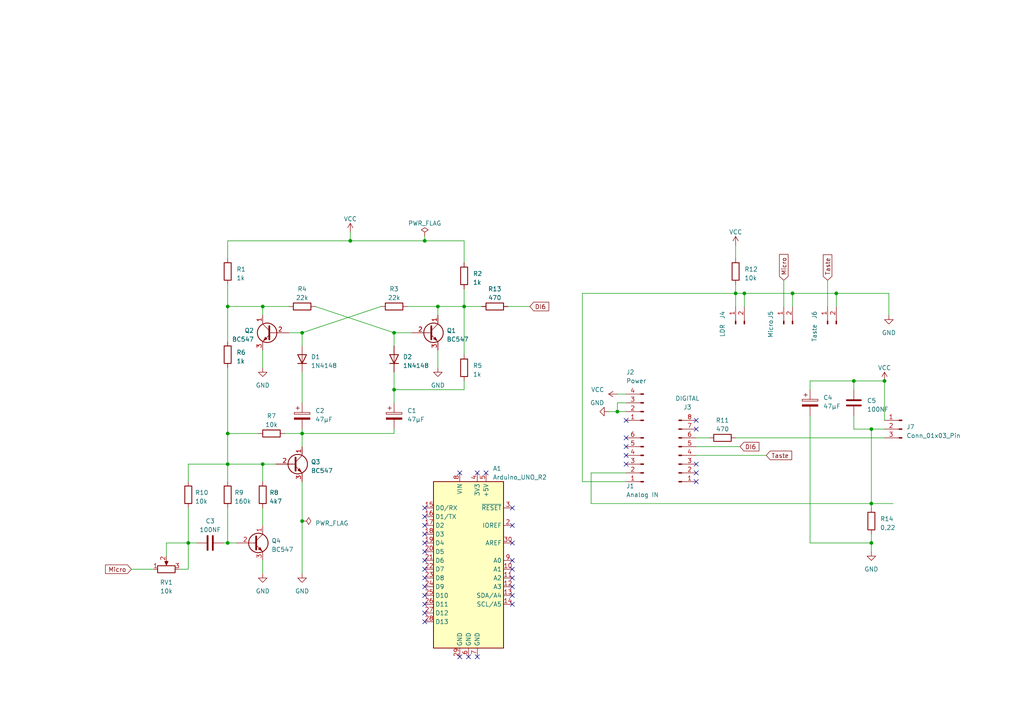
<source format=kicad_sch>
(kicad_sch (version 20230121) (generator eeschema)
  (paper "A4")
  (title_block (title "Klatschschalter"))
  (lib_symbols
    (symbol "Connector:Conn_01x02_Pin" (pin_names (offset 1.016) hide)
      (property "Reference" "J" (at 0 2.54 0))
      (property "Value" "Conn_01x02_Pin" (at 0 -5.08 0))
      (symbol "Conn_01x02_Pin_1_1"
        (polyline (pts (xy 1.27 -2.54) (xy 0.8636 -2.54)) (stroke (width 0.1524)))
        (polyline (pts (xy 1.27 0) (xy 0.8636 0)) (stroke (width 0.1524)))
        (rectangle (start 0.8636 -2.413) (end 0 -2.667) (stroke (width 0.1524)) (fill (type outline)))
        (rectangle (start 0.8636 0.127) (end 0 -0.127) (stroke (width 0.1524)) (fill (type outline)))
        (pin passive line (at 5.08 0 180) (length 3.81) (name "Pin_1") (number "1"))
        (pin passive line (at 5.08 -2.54 180) (length 3.81) (name "Pin_2") (number "2"))
      )
    )
    (symbol "Connector:Conn_01x03_Pin" (pin_names (offset 1.016) hide)
      (property "Reference" "J" (at 0 5.08 0))
      (property "Value" "Conn_01x03_Pin" (at 0 -5.08 0))
      (symbol "Conn_01x03_Pin_1_1"
        (polyline (pts (xy 1.27 -2.54) (xy 0.8636 -2.54)) (stroke (width 0.1524)))
        (polyline (pts (xy 1.27 0) (xy 0.8636 0)) (stroke (width 0.1524)))
        (polyline (pts (xy 1.27 2.54) (xy 0.8636 2.54)) (stroke (width 0.1524)))
        (rectangle (start 0.8636 -2.413) (end 0 -2.667) (stroke (width 0.1524)) (fill (type outline)))
        (rectangle (start 0.8636 0.127) (end 0 -0.127) (stroke (width 0.1524)) (fill (type outline)))
        (rectangle (start 0.8636 2.667) (end 0 2.413) (stroke (width 0.1524)) (fill (type outline)))
        (pin passive line (at 5.08 2.54 180) (length 3.81) (name "Pin_1") (number "1"))
        (pin passive line (at 5.08 0 180) (length 3.81) (name "Pin_2") (number "2"))
        (pin passive line (at 5.08 -2.54 180) (length 3.81) (name "Pin_3") (number "3"))
      )
    )
    (symbol "Connector:Conn_01x04_Pin" (pin_names (offset 1.016) hide)
      (property "Reference" "J" (at 0 5.08 0))
      (property "Value" "Conn_01x04_Pin" (at 0 -7.62 0))
      (symbol "Conn_01x04_Pin_1_1"
        (polyline (pts (xy 1.27 -5.08) (xy 0.8636 -5.08)) (stroke (width 0.1524)))
        (polyline (pts (xy 1.27 -2.54) (xy 0.8636 -2.54)) (stroke (width 0.1524)))
        (polyline (pts (xy 1.27 0) (xy 0.8636 0)) (stroke (width 0.1524)))
        (polyline (pts (xy 1.27 2.54) (xy 0.8636 2.54)) (stroke (width 0.1524)))
        (rectangle (start 0.8636 -4.953) (end 0 -5.207) (stroke (width 0.1524)) (fill (type outline)))
        (rectangle (start 0.8636 -2.413) (end 0 -2.667) (stroke (width 0.1524)) (fill (type outline)))
        (rectangle (start 0.8636 0.127) (end 0 -0.127) (stroke (width 0.1524)) (fill (type outline)))
        (rectangle (start 0.8636 2.667) (end 0 2.413) (stroke (width 0.1524)) (fill (type outline)))
        (pin passive line (at 5.08 2.54 180) (length 3.81) (name "Pin_1") (number "1"))
        (pin passive line (at 5.08 0 180) (length 3.81) (name "Pin_2") (number "2"))
        (pin passive line (at 5.08 -2.54 180) (length 3.81) (name "Pin_3") (number "3"))
        (pin passive line (at 5.08 -5.08 180) (length 3.81) (name "Pin_4") (number "4"))
      )
    )
    (symbol "Connector:Conn_01x06_Pin" (pin_names (offset 1.016) hide)
      (property "Reference" "J" (at 0 7.62 0))
      (property "Value" "Conn_01x06_Pin" (at 0 -10.16 0))
      (symbol "Conn_01x06_Pin_1_1"
        (polyline (pts (xy 1.27 -7.62) (xy 0.8636 -7.62)) (stroke (width 0.1524)))
        (polyline (pts (xy 1.27 -5.08) (xy 0.8636 -5.08)) (stroke (width 0.1524)))
        (polyline (pts (xy 1.27 -2.54) (xy 0.8636 -2.54)) (stroke (width 0.1524)))
        (polyline (pts (xy 1.27 0) (xy 0.8636 0)) (stroke (width 0.1524)))
        (polyline (pts (xy 1.27 2.54) (xy 0.8636 2.54)) (stroke (width 0.1524)))
        (polyline (pts (xy 1.27 5.08) (xy 0.8636 5.08)) (stroke (width 0.1524)))
        (rectangle (start 0.8636 -7.493) (end 0 -7.747) (stroke (width 0.1524)) (fill (type outline)))
        (rectangle (start 0.8636 -4.953) (end 0 -5.207) (stroke (width 0.1524)) (fill (type outline)))
        (rectangle (start 0.8636 -2.413) (end 0 -2.667) (stroke (width 0.1524)) (fill (type outline)))
        (rectangle (start 0.8636 0.127) (end 0 -0.127) (stroke (width 0.1524)) (fill (type outline)))
        (rectangle (start 0.8636 2.667) (end 0 2.413) (stroke (width 0.1524)) (fill (type outline)))
        (rectangle (start 0.8636 5.207) (end 0 4.953) (stroke (width 0.1524)) (fill (type outline)))
        (pin passive line (at 5.08 5.08 180) (length 3.81) (name "Pin_1") (number "1"))
        (pin passive line (at 5.08 2.54 180) (length 3.81) (name "Pin_2") (number "2"))
        (pin passive line (at 5.08 0 180) (length 3.81) (name "Pin_3") (number "3"))
        (pin passive line (at 5.08 -2.54 180) (length 3.81) (name "Pin_4") (number "4"))
        (pin passive line (at 5.08 -5.08 180) (length 3.81) (name "Pin_5") (number "5"))
        (pin passive line (at 5.08 -7.62 180) (length 3.81) (name "Pin_6") (number "6"))
      )
    )
    (symbol "Connector:Conn_01x08_Pin" (pin_names (offset 1.016) hide)
      (property "Reference" "J" (at 0 10.16 0))
      (property "Value" "Conn_01x08_Pin" (at 0 -12.7 0))
      (symbol "Conn_01x08_Pin_1_1"
        (polyline (pts (xy 1.27 -10.16) (xy 0.8636 -10.16)) (stroke (width 0.1524)))
        (polyline (pts (xy 1.27 -7.62) (xy 0.8636 -7.62)) (stroke (width 0.1524)))
        (polyline (pts (xy 1.27 -5.08) (xy 0.8636 -5.08)) (stroke (width 0.1524)))
        (polyline (pts (xy 1.27 -2.54) (xy 0.8636 -2.54)) (stroke (width 0.1524)))
        (polyline (pts (xy 1.27 0) (xy 0.8636 0)) (stroke (width 0.1524)))
        (polyline (pts (xy 1.27 2.54) (xy 0.8636 2.54)) (stroke (width 0.1524)))
        (polyline (pts (xy 1.27 5.08) (xy 0.8636 5.08)) (stroke (width 0.1524)))
        (polyline (pts (xy 1.27 7.62) (xy 0.8636 7.62)) (stroke (width 0.1524)))
        (rectangle (start 0.8636 -10.033) (end 0 -10.287) (stroke (width 0.1524)) (fill (type outline)))
        (rectangle (start 0.8636 -7.493) (end 0 -7.747) (stroke (width 0.1524)) (fill (type outline)))
        (rectangle (start 0.8636 -4.953) (end 0 -5.207) (stroke (width 0.1524)) (fill (type outline)))
        (rectangle (start 0.8636 -2.413) (end 0 -2.667) (stroke (width 0.1524)) (fill (type outline)))
        (rectangle (start 0.8636 0.127) (end 0 -0.127) (stroke (width 0.1524)) (fill (type outline)))
        (rectangle (start 0.8636 2.667) (end 0 2.413) (stroke (width 0.1524)) (fill (type outline)))
        (rectangle (start 0.8636 5.207) (end 0 4.953) (stroke (width 0.1524)) (fill (type outline)))
        (rectangle (start 0.8636 7.747) (end 0 7.493) (stroke (width 0.1524)) (fill (type outline)))
        (pin passive line (at 5.08 7.62 180) (length 3.81) (name "Pin_1") (number "1"))
        (pin passive line (at 5.08 5.08 180) (length 3.81) (name "Pin_2") (number "2"))
        (pin passive line (at 5.08 2.54 180) (length 3.81) (name "Pin_3") (number "3"))
        (pin passive line (at 5.08 0 180) (length 3.81) (name "Pin_4") (number "4"))
        (pin passive line (at 5.08 -2.54 180) (length 3.81) (name "Pin_5") (number "5"))
        (pin passive line (at 5.08 -5.08 180) (length 3.81) (name "Pin_6") (number "6"))
        (pin passive line (at 5.08 -7.62 180) (length 3.81) (name "Pin_7") (number "7"))
        (pin passive line (at 5.08 -10.16 180) (length 3.81) (name "Pin_8") (number "8"))
      )
    )
    (symbol "Device:C" (pin_numbers hide) (pin_names (offset 0.254))
      (property "Reference" "C" (at 0.635 2.54 0))
      (property "Value" "C" (at 0.635 -2.54 0))
      (symbol "C_0_1"
        (polyline (pts (xy -2.032 -0.762) (xy 2.032 -0.762)) (stroke (width 0.508)))
        (polyline (pts (xy -2.032 0.762) (xy 2.032 0.762)) (stroke (width 0.508)))
      )
      (symbol "C_1_1"
        (pin passive line (at 0 3.81 270) (length 2.794) (name "~") (number "1"))
        (pin passive line (at 0 -3.81 90) (length 2.794) (name "~") (number "2"))
      )
    )
    (symbol "Device:C_Polarized" (pin_numbers hide) (pin_names (offset 0.254))
      (property "Reference" "C" (at 0.635 2.54 0))
      (property "Value" "C_Polarized" (at 0.635 -2.54 0))
      (symbol "C_Polarized_0_1"
        (rectangle (start -2.286 0.508) (end 2.286 1.016))
        (polyline (pts (xy -1.778 2.286) (xy -0.762 2.286)))
        (polyline (pts (xy -1.27 2.794) (xy -1.27 1.778)))
        (rectangle (start 2.286 -0.508) (end -2.286 -1.016) (fill (type outline)))
      )
      (symbol "C_Polarized_1_1"
        (pin passive line (at 0 3.81 270) (length 2.794) (name "~") (number "1"))
        (pin passive line (at 0 -3.81 90) (length 2.794) (name "~") (number "2"))
      )
    )
    (symbol "Device:R" (pin_numbers hide) (pin_names (offset 0))
      (property "Reference" "R" (at 2.032 0 90))
      (property "Value" "R" (at 0 0 90))
      (symbol "R_0_1"
        (rectangle (start -1.016 -2.54) (end 1.016 2.54) (stroke (width 0.254)))
      )
      (symbol "R_1_1"
        (pin passive line (at 0 3.81 270) (length 1.27) (name "~") (number "1"))
        (pin passive line (at 0 -3.81 90) (length 1.27) (name "~") (number "2"))
      )
    )
    (symbol "Device:R_Potentiometer" (pin_names (offset 1.016) hide)
      (property "Reference" "RV" (at -4.445 0 90))
      (property "Value" "R_Potentiometer" (at -2.54 0 90))
      (symbol "R_Potentiometer_0_1"
        (polyline (pts (xy 2.54 0) (xy 1.524 0)))
        (polyline (pts (xy 1.143 0) (xy 2.286 0.508) (xy 2.286 -0.508) (xy 1.143 0)) (fill (type outline)))
        (rectangle (start 1.016 2.54) (end -1.016 -2.54) (stroke (width 0.254)))
      )
      (symbol "R_Potentiometer_1_1"
        (pin passive line (at 0 3.81 270) (length 1.27) (name "1") (number "1"))
        (pin passive line (at 3.81 0 180) (length 1.27) (name "2") (number "2"))
        (pin passive line (at 0 -3.81 90) (length 1.27) (name "3") (number "3"))
      )
    )
    (symbol "Diode:1N4148" (pin_numbers hide) (pin_names hide)
      (property "Reference" "D" (at 0 2.54 0))
      (property "Value" "1N4148" (at 0 -2.54 0))
      (symbol "1N4148_0_1"
        (polyline (pts (xy -1.27 1.27) (xy -1.27 -1.27)) (stroke (width 0.254)))
        (polyline (pts (xy 1.27 0) (xy -1.27 0)))
        (polyline (pts (xy 1.27 1.27) (xy 1.27 -1.27) (xy -1.27 0) (xy 1.27 1.27)) (stroke (width 0.254)))
      )
      (symbol "1N4148_1_1"
        (pin passive line (at -3.81 0 0) (length 2.54) (name "K") (number "1"))
        (pin passive line (at 3.81 0 180) (length 2.54) (name "A") (number "2"))
      )
    )
    (symbol "MCU_Module:Arduino_UNO_R2"
      (property "Reference" "A" (at -10.16 23.495 0))
      (property "Value" "Arduino_UNO_R2" (at 5.08 -26.67 0))
      (symbol "Arduino_UNO_R2_0_1"
        (rectangle (start -10.16 22.86) (end 10.16 -25.4) (stroke (width 0.254)) (fill (type background)))
      )
      (symbol "Arduino_UNO_R2_1_1"
        (pin no_connect line (at -10.16 -20.32 0) (length 2.54) hide (name "NC") (number "1"))
        (pin bidirectional line (at 12.7 -2.54 180) (length 2.54) (name "A1") (number "10"))
        (pin bidirectional line (at 12.7 -5.08 180) (length 2.54) (name "A2") (number "11"))
        (pin bidirectional line (at 12.7 -7.62 180) (length 2.54) (name "A3") (number "12"))
        (pin bidirectional line (at 12.7 -10.16 180) (length 2.54) (name "SDA/A4") (number "13"))
        (pin bidirectional line (at 12.7 -12.7 180) (length 2.54) (name "SCL/A5") (number "14"))
        (pin bidirectional line (at -12.7 15.24 0) (length 2.54) (name "D0/RX") (number "15"))
        (pin bidirectional line (at -12.7 12.7 0) (length 2.54) (name "D1/TX") (number "16"))
        (pin bidirectional line (at -12.7 10.16 0) (length 2.54) (name "D2") (number "17"))
        (pin bidirectional line (at -12.7 7.62 0) (length 2.54) (name "D3") (number "18"))
        (pin bidirectional line (at -12.7 5.08 0) (length 2.54) (name "D4") (number "19"))
        (pin output line (at 12.7 10.16 180) (length 2.54) (name "IOREF") (number "2"))
        (pin bidirectional line (at -12.7 2.54 0) (length 2.54) (name "D5") (number "20"))
        (pin bidirectional line (at -12.7 0 0) (length 2.54) (name "D6") (number "21"))
        (pin bidirectional line (at -12.7 -2.54 0) (length 2.54) (name "D7") (number "22"))
        (pin bidirectional line (at -12.7 -5.08 0) (length 2.54) (name "D8") (number "23"))
        (pin bidirectional line (at -12.7 -7.62 0) (length 2.54) (name "D9") (number "24"))
        (pin bidirectional line (at -12.7 -10.16 0) (length 2.54) (name "D10") (number "25"))
        (pin bidirectional line (at -12.7 -12.7 0) (length 2.54) (name "D11") (number "26"))
        (pin bidirectional line (at -12.7 -15.24 0) (length 2.54) (name "D12") (number "27"))
        (pin bidirectional line (at -12.7 -17.78 0) (length 2.54) (name "D13") (number "28"))
        (pin power_in line (at -2.54 -27.94 90) (length 2.54) (name "GND") (number "29"))
        (pin input line (at 12.7 15.24 180) (length 2.54) (name "~{RESET}") (number "3"))
        (pin input line (at 12.7 5.08 180) (length 2.54) (name "AREF") (number "30"))
        (pin power_out line (at 2.54 25.4 270) (length 2.54) (name "3V3") (number "4"))
        (pin power_out line (at 5.08 25.4 270) (length 2.54) (name "+5V") (number "5"))
        (pin power_in line (at 0 -27.94 90) (length 2.54) (name "GND") (number "6"))
        (pin power_in line (at 2.54 -27.94 90) (length 2.54) (name "GND") (number "7"))
        (pin power_in line (at -2.54 25.4 270) (length 2.54) (name "VIN") (number "8"))
        (pin bidirectional line (at 12.7 0 180) (length 2.54) (name "A0") (number "9"))
      )
    )
    (symbol "Transistor_BJT:BC547" (pin_names (offset 0) hide)
      (property "Reference" "Q" (at 5.08 1.905 0))
      (property "Value" "BC547" (at 5.08 0 0))
      (symbol "BC547_0_1"
        (polyline (pts (xy 0 0) (xy 0.635 0)))
        (polyline (pts (xy 0.635 0.635) (xy 2.54 2.54)))
        (polyline (pts (xy 0.635 -0.635) (xy 2.54 -2.54) (xy 2.54 -2.54)))
        (polyline (pts (xy 0.635 1.905) (xy 0.635 -1.905) (xy 0.635 -1.905)) (stroke (width 0.508)))
        (polyline (pts (xy 1.27 -1.778) (xy 1.778 -1.27) (xy 2.286 -2.286) (xy 1.27 -1.778) (xy 1.27 -1.778)) (fill (type outline)))
        (circle (center 1.27 0) (radius 2.8194) (stroke (width 0.254)))
      )
      (symbol "BC547_1_1"
        (pin passive line (at 2.54 5.08 270) (length 2.54) (name "C") (number "1"))
        (pin input line (at -5.08 0 0) (length 5.08) (name "B") (number "2"))
        (pin passive line (at 2.54 -5.08 90) (length 2.54) (name "E") (number "3"))
      )
    )
    (symbol "power:GND" (power) (pin_names (offset 0))
      (property "Value" "GND" (at 0 -3.81 0))
      (symbol "GND_0_1"
        (polyline (pts (xy 0 0) (xy 0 -1.27) (xy 1.27 -1.27) (xy 0 -2.54) (xy -1.27 -1.27) (xy 0 -1.27)))
      )
      (symbol "GND_1_1"
        (pin power_in line (at 0 0 270) (length 0) hide (name "GND") (number "1"))
      )
    )
    (symbol "power:PWR_FLAG" (power) (pin_numbers hide) (pin_names (offset 0) hide)
      (property "Value" "PWR_FLAG" (at 0 3.81 0))
      (symbol "PWR_FLAG_0_0"
        (pin power_out line (at 0 0 90) (length 0) (name "pwr") (number "1"))
      )
      (symbol "PWR_FLAG_0_1"
        (polyline (pts (xy 0 0) (xy 0 1.27) (xy -1.016 1.905) (xy 0 2.54) (xy 1.016 1.905) (xy 0 1.27)))
      )
    )
    (symbol "power:VCC" (power) (pin_names (offset 0))
      (property "Value" "VCC" (at 0 3.81 0))
      (symbol "VCC_0_1"
        (polyline (pts (xy -0.762 1.27) (xy 0 2.54)))
        (polyline (pts (xy 0 0) (xy 0 2.54)))
        (polyline (pts (xy 0 2.54) (xy 0.762 1.27)))
      )
      (symbol "VCC_1_1"
        (pin power_in line (at 0 0 90) (length 0) hide (name "VCC") (number "1"))
      )
    )
  )
  (junction (at 66.04 134.62))
  (junction (at 134.62 88.9))
  (junction (at 66.04 157.48))
  (junction (at 66.04 88.9))
  (junction (at 101.6 69.85))
  (junction (at 87.63 125.73))
  (junction (at 114.3 96.52))
  (junction (at 242.57 85.09))
  (junction (at 229.87 85.09))
  (junction (at 179.07 119.38))
  (junction (at 114.3 113.03))
  (junction (at 256.54 110.49))
  (junction (at 76.2 134.62))
  (junction (at 87.63 151.13))
  (junction (at 87.63 96.52))
  (junction (at 252.73 157.48))
  (junction (at 215.9 85.09))
  (junction (at 252.73 146.05))
  (junction (at 213.36 85.09))
  (junction (at 54.61 157.48))
  (junction (at 76.2 88.9))
  (junction (at 66.04 125.73))
  (junction (at 252.73 124.46))
  (junction (at 247.65 110.49))
  (junction (at 123.19 69.85))
  (junction (at 127 88.9))
  (no_connect (at 123.19 177.8))
  (no_connect (at 148.59 170.18))
  (no_connect (at 148.59 152.4))
  (no_connect (at 148.59 157.48))
  (no_connect (at 123.19 180.34))
  (no_connect (at 123.19 149.86))
  (no_connect (at 201.93 139.7))
  (no_connect (at 135.89 190.5))
  (no_connect (at 148.59 175.26))
  (no_connect (at 201.93 121.92))
  (no_connect (at 123.19 162.56))
  (no_connect (at 138.43 137.16))
  (no_connect (at 181.61 129.54))
  (no_connect (at 148.59 162.56))
  (no_connect (at 201.93 137.16))
  (no_connect (at 123.19 170.18))
  (no_connect (at 148.59 172.72))
  (no_connect (at 201.93 124.46))
  (no_connect (at 181.61 132.08))
  (no_connect (at 148.59 165.1))
  (no_connect (at 123.19 152.4))
  (no_connect (at 123.19 165.1))
  (no_connect (at 148.59 167.64))
  (no_connect (at 133.35 137.16))
  (no_connect (at 123.19 157.48))
  (no_connect (at 123.19 175.26))
  (no_connect (at 123.19 167.64))
  (no_connect (at 181.61 121.92))
  (no_connect (at 181.61 134.62))
  (no_connect (at 123.19 160.02))
  (no_connect (at 201.93 134.62))
  (no_connect (at 138.43 190.5))
  (no_connect (at 133.35 190.5))
  (no_connect (at 140.97 137.16))
  (no_connect (at 123.19 172.72))
  (no_connect (at 123.19 147.32))
  (no_connect (at 123.19 154.94))
  (no_connect (at 148.59 147.32))
  (no_connect (at 181.61 127))
  (wire (pts (xy 240.03 81.28) (xy 240.03 88.9)))
  (wire (pts (xy 242.57 85.09) (xy 229.87 85.09)))
  (wire (pts (xy 252.73 124.46) (xy 252.73 146.05)))
  (wire (pts (xy 134.62 88.9) (xy 134.62 102.87)))
  (wire (pts (xy 54.61 157.48) (xy 57.15 157.48)))
  (wire (pts (xy 114.3 96.52) (xy 91.44 88.9)))
  (wire (pts (xy 215.9 85.09) (xy 229.87 85.09)))
  (wire (pts (xy 168.91 85.09) (xy 213.36 85.09)))
  (wire (pts (xy 213.36 71.12) (xy 213.36 74.93)))
  (wire (pts (xy 54.61 134.62) (xy 66.04 134.62)))
  (wire (pts (xy 54.61 165.1) (xy 54.61 157.48)))
  (wire (pts (xy 181.61 116.84) (xy 179.07 116.84)))
  (wire (pts (xy 247.65 120.65) (xy 247.65 124.46)))
  (wire (pts (xy 87.63 96.52) (xy 87.63 100.33)))
  (wire (pts (xy 87.63 125.73) (xy 87.63 129.54)))
  (wire (pts (xy 134.62 113.03) (xy 114.3 113.03)))
  (wire (pts (xy 87.63 139.7) (xy 87.63 151.13)))
  (wire (pts (xy 64.77 157.48) (xy 66.04 157.48)))
  (wire (pts (xy 147.32 88.9) (xy 153.67 88.9)))
  (wire (pts (xy 242.57 88.9) (xy 242.57 85.09)))
  (wire (pts (xy 123.19 69.85) (xy 134.62 69.85)))
  (wire (pts (xy 76.2 101.6) (xy 76.2 106.68)))
  (wire (pts (xy 87.63 151.13) (xy 87.63 166.37)))
  (wire (pts (xy 54.61 134.62) (xy 54.61 139.7)))
  (wire (pts (xy 83.82 96.52) (xy 87.63 96.52)))
  (wire (pts (xy 252.73 157.48) (xy 252.73 160.02)))
  (wire (pts (xy 252.73 124.46) (xy 256.54 124.46)))
  (wire (pts (xy 66.04 157.48) (xy 68.58 157.48)))
  (wire (pts (xy 168.91 139.7) (xy 168.91 85.09)))
  (wire (pts (xy 123.19 68.58) (xy 123.19 69.85)))
  (wire (pts (xy 114.3 96.52) (xy 119.38 96.52)))
  (wire (pts (xy 52.07 165.1) (xy 54.61 165.1)))
  (wire (pts (xy 54.61 147.32) (xy 54.61 157.48)))
  (wire (pts (xy 66.04 82.55) (xy 66.04 88.9)))
  (wire (pts (xy 114.3 100.33) (xy 114.3 96.52)))
  (wire (pts (xy 201.93 127) (xy 205.74 127)))
  (wire (pts (xy 127 88.9) (xy 127 91.44)))
  (wire (pts (xy 252.73 157.48) (xy 234.95 157.48)))
  (wire (pts (xy 66.04 74.93) (xy 66.04 69.85)))
  (wire (pts (xy 181.61 139.7) (xy 168.91 139.7)))
  (wire (pts (xy 114.3 125.73) (xy 114.3 124.46)))
  (wire (pts (xy 127 101.6) (xy 127 106.68)))
  (wire (pts (xy 257.81 91.44) (xy 257.81 85.09)))
  (wire (pts (xy 259.08 146.05) (xy 252.73 146.05)))
  (wire (pts (xy 213.36 85.09) (xy 213.36 88.9)))
  (wire (pts (xy 176.53 119.38) (xy 179.07 119.38)))
  (wire (pts (xy 76.2 88.9) (xy 76.2 91.44)))
  (wire (pts (xy 201.93 129.54) (xy 214.63 129.54)))
  (wire (pts (xy 215.9 85.09) (xy 213.36 85.09)))
  (wire (pts (xy 201.93 132.08) (xy 222.25 132.08)))
  (wire (pts (xy 171.45 137.16) (xy 181.61 137.16)))
  (wire (pts (xy 48.26 161.29) (xy 48.26 157.48)))
  (wire (pts (xy 179.07 119.38) (xy 181.61 119.38)))
  (wire (pts (xy 66.04 139.7) (xy 66.04 134.62)))
  (wire (pts (xy 213.36 82.55) (xy 213.36 85.09)))
  (wire (pts (xy 134.62 83.82) (xy 134.62 88.9)))
  (wire (pts (xy 234.95 157.48) (xy 234.95 120.65)))
  (wire (pts (xy 66.04 125.73) (xy 66.04 134.62)))
  (wire (pts (xy 256.54 110.49) (xy 247.65 110.49)))
  (wire (pts (xy 229.87 85.09) (xy 229.87 88.9)))
  (wire (pts (xy 87.63 124.46) (xy 87.63 125.73)))
  (wire (pts (xy 66.04 134.62) (xy 76.2 134.62)))
  (wire (pts (xy 48.26 157.48) (xy 54.61 157.48)))
  (wire (pts (xy 76.2 147.32) (xy 76.2 152.4)))
  (wire (pts (xy 171.45 137.16) (xy 171.45 146.05)))
  (wire (pts (xy 76.2 162.56) (xy 76.2 166.37)))
  (wire (pts (xy 215.9 85.09) (xy 215.9 88.9)))
  (wire (pts (xy 114.3 113.03) (xy 114.3 116.84)))
  (wire (pts (xy 114.3 107.95) (xy 114.3 113.03)))
  (wire (pts (xy 227.33 81.28) (xy 227.33 88.9)))
  (wire (pts (xy 66.04 106.68) (xy 66.04 125.73)))
  (wire (pts (xy 38.1 165.1) (xy 44.45 165.1)))
  (wire (pts (xy 256.54 121.92) (xy 256.54 110.49)))
  (wire (pts (xy 234.95 110.49) (xy 247.65 110.49)))
  (wire (pts (xy 247.65 124.46) (xy 252.73 124.46)))
  (wire (pts (xy 66.04 88.9) (xy 66.04 99.06)))
  (wire (pts (xy 179.07 116.84) (xy 179.07 119.38)))
  (wire (pts (xy 134.62 88.9) (xy 139.7 88.9)))
  (wire (pts (xy 87.63 125.73) (xy 114.3 125.73)))
  (wire (pts (xy 74.93 125.73) (xy 66.04 125.73)))
  (wire (pts (xy 82.55 125.73) (xy 87.63 125.73)))
  (wire (pts (xy 101.6 67.31) (xy 101.6 69.85)))
  (wire (pts (xy 234.95 113.03) (xy 234.95 110.49)))
  (wire (pts (xy 171.45 146.05) (xy 252.73 146.05)))
  (wire (pts (xy 134.62 69.85) (xy 134.62 76.2)))
  (wire (pts (xy 118.11 88.9) (xy 127 88.9)))
  (wire (pts (xy 252.73 154.94) (xy 252.73 157.48)))
  (wire (pts (xy 127 88.9) (xy 134.62 88.9)))
  (wire (pts (xy 247.65 110.49) (xy 247.65 113.03)))
  (wire (pts (xy 87.63 96.52) (xy 110.49 88.9)))
  (wire (pts (xy 76.2 88.9) (xy 83.82 88.9)))
  (wire (pts (xy 252.73 146.05) (xy 252.73 147.32)))
  (wire (pts (xy 76.2 139.7) (xy 76.2 134.62)))
  (wire (pts (xy 257.81 85.09) (xy 242.57 85.09)))
  (wire (pts (xy 66.04 88.9) (xy 76.2 88.9)))
  (wire (pts (xy 66.04 69.85) (xy 101.6 69.85)))
  (wire (pts (xy 179.07 114.3) (xy 181.61 114.3)))
  (wire (pts (xy 76.2 134.62) (xy 80.01 134.62)))
  (wire (pts (xy 213.36 127) (xy 256.54 127)))
  (wire (pts (xy 134.62 110.49) (xy 134.62 113.03)))
  (wire (pts (xy 87.63 107.95) (xy 87.63 116.84)))
  (wire (pts (xy 101.6 69.85) (xy 123.19 69.85)))
  (wire (pts (xy 66.04 147.32) (xy 66.04 157.48)))
  (global_label "DI6" (shape input) (at 214.63 129.54 0) (property "Intersheetrefs" "${INTERSHEET_REFS}" (effects hide)))
  (global_label "DI6" (shape input) (at 153.67 88.9 0) (property "Intersheetrefs" "${INTERSHEET_REFS}" (effects hide)))
  (global_label "Micro" (shape input) (at 227.33 81.28 90) (property "Intersheetrefs" "${INTERSHEET_REFS}" (effects hide)))
  (global_label "Taste" (shape input) (at 222.25 132.08 0) (property "Intersheetrefs" "${INTERSHEET_REFS}" (effects hide)))
  (global_label "Micro" (shape input) (at 38.1 165.1 180) (property "Intersheetrefs" "${INTERSHEET_REFS}" (effects hide)))
  (global_label "Taste" (shape input) (at 240.03 81.28 90) (property "Intersheetrefs" "${INTERSHEET_REFS}" (effects hide)))
  (symbol (lib_id "power:VCC") (at 213.36 71.12 0) (unit 1)
    (property "Reference" "#PWR011" (effects hide))
    (property "Value" "VCC" (at 213.36 67.31 0))
  )
  (symbol (lib_id "Device:R") (at 66.04 102.87 0) (unit 1)
    (property "Reference" "R6" (at 68.58 102.235 0) (effects (justify left)))
    (property "Value" "1k" (at 68.58 104.775 0) (effects (justify left)))
    (property "Footprint" "Resistor_THT:R_Axial_DIN0207_L6.3mm_D2.5mm_P10.16mm_Horizontal" (effects hide))
  )
  (symbol (lib_id "Diode:1N4148") (at 114.3 104.14 90) (unit 1)
    (property "Reference" "D2" (at 116.84 103.505 90) (effects (justify right)))
    (property "Value" "1N4148" (at 116.84 106.045 90) (effects (justify right)))
    (property "Footprint" "Diode_THT:D_DO-35_SOD27_P7.62mm_Horizontal" (effects hide))
    (property "Datasheet" "https://assets.nexperia.com/documents/data-sheet/1N4148_1N4448.pdf" (effects hide))
    (property "Sim.Device" "D" (effects hide))
    (property "Sim.Pins" "1=K 2=A" (effects hide))
  )
  (symbol (lib_id "Connector:Conn_01x08_Pin") (at 196.85 132.08 0) (mirror x) (unit 1)
    (property "Reference" "J3" (at 199.39 118.11 0))
    (property "Value" "DIGITAL" (at 199.39 115.57 0))
    (property "Footprint" "Connector_PinHeader_2.54mm:PinHeader_1x08_P2.54mm_Vertical" (effects hide))
  )
  (symbol (lib_id "power:GND") (at 257.81 91.44 0) (unit 1)
    (property "Reference" "#PWR05" (effects hide))
    (property "Value" "GND" (at 257.81 96.52 0))
  )
  (symbol (lib_id "Device:R") (at 66.04 143.51 180) (unit 1)
    (property "Reference" "R9" (at 67.9865 142.875 0) (effects (justify right)))
    (property "Value" "160k" (at 67.9865 145.415 0) (effects (justify right)))
    (property "Footprint" "Resistor_THT:R_Axial_DIN0207_L6.3mm_D2.5mm_P10.16mm_Horizontal" (effects hide))
  )
  (symbol (lib_id "Device:R") (at 213.36 78.74 0) (unit 1)
    (property "Reference" "R12" (at 215.9 78.105 0) (effects (justify left)))
    (property "Value" "10k" (at 215.9 80.645 0) (effects (justify left)))
    (property "Footprint" "Resistor_THT:R_Axial_DIN0207_L6.3mm_D2.5mm_P10.16mm_Horizontal" (effects hide))
  )
  (symbol (lib_id "power:GND") (at 127 106.68 0) (unit 1)
    (property "Reference" "#PWR02" (effects hide))
    (property "Value" "GND" (at 127 111.76 0))
  )
  (symbol (lib_id "Diode:1N4148") (at 87.63 104.14 90) (unit 1)
    (property "Reference" "D1" (at 90.17 103.505 90) (effects (justify right)))
    (property "Value" "1N4148" (at 90.17 106.045 90) (effects (justify right)))
    (property "Footprint" "Diode_THT:D_DO-35_SOD27_P7.62mm_Horizontal" (effects hide))
    (property "Datasheet" "https://assets.nexperia.com/documents/data-sheet/1N4148_1N4448.pdf" (effects hide))
    (property "Sim.Device" "D" (effects hide))
    (property "Sim.Pins" "1=K 2=A" (effects hide))
  )
  (symbol (lib_id "Device:R") (at 114.3 88.9 90) (unit 1)
    (property "Reference" "R3" (at 114.3 83.82 90))
    (property "Value" "22k" (at 114.3 86.36 90))
    (property "Footprint" "Resistor_THT:R_Axial_DIN0207_L6.3mm_D2.5mm_P10.16mm_Horizontal" (effects hide))
  )
  (symbol (lib_id "Device:R") (at 87.63 88.9 90) (unit 1)
    (property "Reference" "R4" (at 87.63 83.82 90))
    (property "Value" "22k" (at 87.63 86.36 90))
    (property "Footprint" "Resistor_THT:R_Axial_DIN0207_L6.3mm_D2.5mm_P10.16mm_Horizontal" (effects hide))
  )
  (symbol (lib_id "Connector:Conn_01x02_Pin") (at 213.36 93.98 90) (unit 1)
    (property "Reference" "J4" (at 209.55 90.17 0) (effects (justify right)))
    (property "Value" "LDR" (at 209.55 93.98 0) (effects (justify right)))
    (property "Footprint" "Connector_PinHeader_2.54mm:PinHeader_1x02_P2.54mm_Vertical" (effects hide))
  )
  (symbol (lib_id "Connector:Conn_01x04_Pin") (at 186.69 119.38 180) (unit 1)
    (property "Reference" "J2" (at 181.61 107.95 0) (effects (justify right)))
    (property "Value" "Power" (at 181.61 110.49 0) (effects (justify right)))
    (property "Footprint" "Connector_PinHeader_2.54mm:PinHeader_1x04_P2.54mm_Vertical" (effects hide))
  )
  (symbol (lib_id "power:PWR_FLAG") (at 87.63 151.13 270) (unit 1)
    (property "Reference" "#FLG02" (effects hide))
    (property "Value" "PWR_FLAG" (at 91.44 151.765 90) (effects (justify left)))
  )
  (symbol (lib_id "power:VCC") (at 179.07 114.3 90) (unit 1)
    (property "Reference" "#PWR09" (effects hide))
    (property "Value" "VCC" (at 175.26 113.03 90) (effects (justify left)))
  )
  (symbol (lib_id "Device:R") (at 252.73 151.13 180) (unit 1)
    (property "Reference" "R14" (at 255.27 150.495 0) (effects (justify right)))
    (property "Value" "0,22" (at 255.27 153.035 0) (effects (justify right)))
    (property "Footprint" "Resistor_THT:R_Axial_DIN0207_L6.3mm_D2.5mm_P10.16mm_Horizontal" (effects hide))
  )
  (symbol (lib_id "Connector:Conn_01x02_Pin") (at 240.03 93.98 90) (unit 1)
    (property "Reference" "J6" (at 236.22 90.17 0) (effects (justify right)))
    (property "Value" "Taste" (at 236.22 93.98 0) (effects (justify right)))
    (property "Footprint" "Connector_PinHeader_2.54mm:PinHeader_1x02_P2.54mm_Vertical" (effects hide))
  )
  (symbol (lib_id "Device:R") (at 134.62 106.68 0) (unit 1)
    (property "Reference" "R5" (at 137.16 106.045 0) (effects (justify left)))
    (property "Value" "1k" (at 137.16 108.585 0) (effects (justify left)))
    (property "Footprint" "Resistor_THT:R_Axial_DIN0207_L6.3mm_D2.5mm_P10.16mm_Horizontal" (effects hide))
  )
  (symbol (lib_id "Transistor_BJT:BC547") (at 73.66 157.48 0) (unit 1)
    (property "Reference" "Q4" (at 78.74 156.845 0) (effects (justify left)))
    (property "Value" "BC547" (at 78.74 159.385 0) (effects (justify left)))
    (property "Footprint" "Package_TO_SOT_THT:TO-92L_Inline_Wide" (effects hide))
    (property "Datasheet" "https://www.onsemi.com/pub/Collateral/BC550-D.pdf" (effects hide))
  )
  (symbol (lib_id "Connector:Conn_01x03_Pin") (at 261.62 124.46 0) (mirror y) (unit 1)
    (property "Reference" "J7" (at 262.89 123.825 0) (effects (justify right)))
    (property "Value" "Conn_01x03_Pin" (at 262.89 126.365 0) (effects (justify right)))
    (property "Footprint" "Connector_PinHeader_2.54mm:PinHeader_1x03_P2.54mm_Vertical" (effects hide))
  )
  (symbol (lib_id "Device:C_Polarized") (at 87.63 120.65 0) (unit 1)
    (property "Reference" "C2" (at 91.44 119.126 0) (effects (justify left)))
    (property "Value" "47μF" (at 91.44 121.666 0) (effects (justify left)))
    (property "Footprint" "Capacitor_THT:CP_Radial_D5.0mm_P2.50mm" (effects hide))
  )
  (symbol (lib_id "Device:R") (at 66.04 78.74 0) (unit 1)
    (property "Reference" "R1" (at 68.58 78.105 0) (effects (justify left)))
    (property "Value" "1k" (at 68.58 80.645 0) (effects (justify left)))
    (property "Footprint" "Resistor_THT:R_Axial_DIN0207_L6.3mm_D2.5mm_P10.16mm_Horizontal" (effects hide))
  )
  (symbol (lib_id "Transistor_BJT:BC547") (at 85.09 134.62 0) (unit 1)
    (property "Reference" "Q3" (at 90.17 133.985 0) (effects (justify left)))
    (property "Value" "BC547" (at 90.17 136.525 0) (effects (justify left)))
    (property "Footprint" "Package_TO_SOT_THT:TO-92L_Inline_Wide" (effects hide))
    (property "Datasheet" "https://www.onsemi.com/pub/Collateral/BC550-D.pdf" (effects hide))
  )
  (symbol (lib_id "power:VCC") (at 101.6 67.31 0) (unit 1)
    (property "Reference" "#PWR010" (effects hide))
    (property "Value" "VCC" (at 101.6 63.5 0))
  )
  (symbol (lib_id "Transistor_BJT:BC547") (at 78.74 96.52 0) (mirror y) (unit 1)
    (property "Reference" "Q2" (at 73.66 95.885 0) (effects (justify left)))
    (property "Value" "BC547" (at 73.66 98.425 0) (effects (justify left)))
    (property "Footprint" "Package_TO_SOT_THT:TO-92L_Inline_Wide" (effects hide))
    (property "Datasheet" "https://www.onsemi.com/pub/Collateral/BC550-D.pdf" (effects hide))
  )
  (symbol (lib_id "Device:R") (at 78.74 125.73 90) (unit 1)
    (property "Reference" "R7" (at 78.74 120.65 90))
    (property "Value" "10k" (at 78.74 123.19 90))
    (property "Footprint" "Resistor_THT:R_Axial_DIN0207_L6.3mm_D2.5mm_P10.16mm_Horizontal" (effects hide))
  )
  (symbol (lib_id "Device:R") (at 209.55 127 270) (unit 1)
    (property "Reference" "R11" (at 209.55 121.92 90))
    (property "Value" "470" (at 209.55 124.46 90))
    (property "Footprint" "Resistor_THT:R_Axial_DIN0207_L6.3mm_D2.5mm_P10.16mm_Horizontal" (effects hide))
  )
  (symbol (lib_id "power:GND") (at 76.2 106.68 0) (unit 1)
    (property "Reference" "#PWR01" (effects hide))
    (property "Value" "GND" (at 76.2 111.76 0))
  )
  (symbol (lib_id "Device:R") (at 143.51 88.9 90) (unit 1)
    (property "Reference" "R13" (at 143.51 83.82 90))
    (property "Value" "470" (at 143.51 86.36 90))
    (property "Footprint" "Resistor_THT:R_Axial_DIN0207_L6.3mm_D2.5mm_P10.16mm_Horizontal" (effects hide))
  )
  (symbol (lib_id "Device:R") (at 76.2 143.51 180) (unit 1)
    (property "Reference" "R8" (at 78.1465 142.875 0) (effects (justify right)))
    (property "Value" "4k7" (at 78.1465 145.415 0) (effects (justify right)))
    (property "Footprint" "Resistor_THT:R_Axial_DIN0207_L6.3mm_D2.5mm_P10.16mm_Horizontal" (effects hide))
  )
  (symbol (lib_id "power:GND") (at 87.63 166.37 0) (unit 1)
    (property "Reference" "#PWR04" (effects hide))
    (property "Value" "GND" (at 87.63 171.45 0))
  )
  (symbol (lib_id "power:GND") (at 176.53 119.38 270) (unit 1)
    (property "Reference" "#PWR08" (effects hide))
    (property "Value" "GND" (at 175.26 116.84 90) (effects (justify right)))
  )
  (symbol (lib_id "Device:R") (at 134.62 80.01 0) (unit 1)
    (property "Reference" "R2" (at 137.16 79.375 0) (effects (justify left)))
    (property "Value" "1k" (at 137.16 81.915 0) (effects (justify left)))
    (property "Footprint" "Resistor_THT:R_Axial_DIN0207_L6.3mm_D2.5mm_P10.16mm_Horizontal" (effects hide))
  )
  (symbol (lib_id "Transistor_BJT:BC547") (at 124.46 96.52 0) (unit 1)
    (property "Reference" "Q1" (at 129.54 95.885 0) (effects (justify left)))
    (property "Value" "BC547" (at 129.54 98.425 0) (effects (justify left)))
    (property "Footprint" "Package_TO_SOT_THT:TO-92L_Inline_Wide" (effects hide))
    (property "Datasheet" "https://www.onsemi.com/pub/Collateral/BC550-D.pdf" (effects hide))
  )
  (symbol (lib_id "power:GND") (at 76.2 166.37 0) (unit 1)
    (property "Reference" "#PWR03" (effects hide))
    (property "Value" "GND" (at 76.2 171.45 0))
  )
  (symbol (lib_id "power:VCC") (at 256.54 110.49 0) (unit 1)
    (property "Reference" "#PWR07" (effects hide))
    (property "Value" "VCC" (at 256.54 106.68 0))
  )
  (symbol (lib_id "Connector:Conn_01x02_Pin") (at 227.33 93.98 90) (unit 1)
    (property "Reference" "J5" (at 223.52 90.17 0) (effects (justify right)))
    (property "Value" "Micro" (at 223.52 92.71 0) (effects (justify right)))
    (property "Footprint" "Connector_PinHeader_2.54mm:PinHeader_1x02_P2.54mm_Vertical" (effects hide))
  )
  (symbol (lib_id "power:PWR_FLAG") (at 123.19 68.58 0) (unit 1)
    (property "Reference" "#FLG01" (effects hide))
    (property "Value" "PWR_FLAG" (at 123.19 64.77 0))
  )
  (symbol (lib_id "power:GND") (at 252.73 160.02 0) (unit 1)
    (property "Reference" "#PWR06" (effects hide))
    (property "Value" "GND" (at 252.73 165.1 0))
  )
  (symbol (lib_id "Device:R_Potentiometer") (at 48.26 165.1 90) (unit 1)
    (property "Reference" "RV1" (at 48.26 168.91 90))
    (property "Value" "10k" (at 48.26 171.45 90))
    (property "Footprint" "Potentiometer_THT:Potentiometer_Piher_PT-10-V10_Vertical_Hole" (effects hide))
  )
  (symbol (lib_id "Device:C_Polarized") (at 234.95 116.84 0) (unit 1)
    (property "Reference" "C4" (at 238.76 115.316 0) (effects (justify left)))
    (property "Value" "47μF" (at 238.76 117.856 0) (effects (justify left)))
    (property "Footprint" "Capacitor_THT:CP_Radial_D5.0mm_P2.50mm" (effects hide))
  )
  (symbol (lib_id "MCU_Module:Arduino_UNO_R2") (at 135.89 162.56 0) (unit 1)
    (property "Reference" "A1" (at 142.9259 135.89 0) (effects (justify left)))
    (property "Value" "Arduino_UNO_R2" (at 142.9259 138.43 0) (effects (justify left)))
    (property "Footprint" "Module:Arduino_UNO_R2" (effects hide))
    (property "Datasheet" "https://www.arduino.cc/en/Main/arduinoBoardUno" (effects hide))
  )
  (symbol (lib_id "Device:R") (at 54.61 143.51 180) (unit 1)
    (property "Reference" "R10" (at 56.5565 142.875 0) (effects (justify right)))
    (property "Value" "10k" (at 56.5565 145.415 0) (effects (justify right)))
    (property "Footprint" "Resistor_THT:R_Axial_DIN0207_L6.3mm_D2.5mm_P10.16mm_Horizontal" (effects hide))
  )
  (symbol (lib_id "Device:C") (at 60.96 157.48 90) (unit 1)
    (property "Reference" "C3" (at 60.96 151.13 90))
    (property "Value" "100NF" (at 60.96 153.67 90))
    (property "Footprint" "Capacitor_THT:C_Disc_D7.0mm_W2.5mm_P5.00mm" (effects hide))
  )
  (symbol (lib_id "Device:C") (at 247.65 116.84 180) (unit 1)
    (property "Reference" "C5" (at 251.46 116.205 0) (effects (justify right)))
    (property "Value" "100NF" (at 251.46 118.745 0) (effects (justify right)))
    (property "Footprint" "Capacitor_THT:C_Disc_D7.0mm_W2.5mm_P5.00mm" (effects hide))
  )
  (symbol (lib_id "Connector:Conn_01x06_Pin") (at 186.69 134.62 180) (unit 1)
    (property "Reference" "J1" (at 181.61 140.97 0) (effects (justify right)))
    (property "Value" "Analog IN" (at 181.61 143.51 0) (effects (justify right)))
    (property "Footprint" "Connector_PinHeader_2.54mm:PinHeader_1x06_P2.54mm_Vertical" (effects hide))
  )
  (symbol (lib_id "Device:C_Polarized") (at 114.3 120.65 0) (unit 1)
    (property "Reference" "C1" (at 118.11 119.126 0) (effects (justify left)))
    (property "Value" "47μF" (at 118.11 121.666 0) (effects (justify left)))
    (property "Footprint" "Capacitor_THT:CP_Radial_D5.0mm_P2.50mm" (effects hide))
  )
)
</source>
